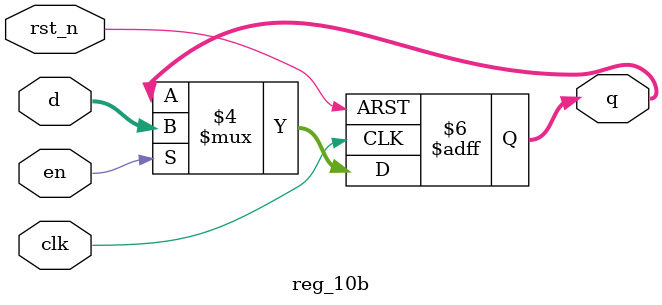
<source format=sv>
module reg_10b(
    input clk,
    input rst_n,
    input en,
    input [9:0]d,
    
    output reg [9:0]q
    );
    
    always @(posedge clk or negedge rst_n) begin
        if(rst_n == 0) begin
            q <= 10'b0;
        end
        else if (en == 1) begin
            q <= d;
        end
    end
endmodule
</source>
